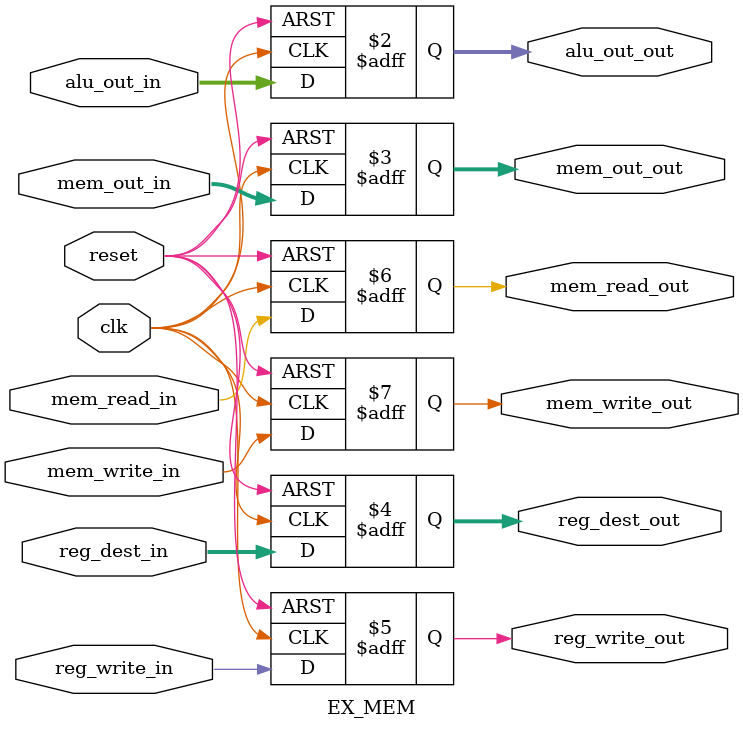
<source format=sv>
module EX_MEM (
  input  logic        clk,
  input  logic        reset,
  input  logic [31:0] alu_out_in,
  input  logic [31:0] mem_out_in,
  input  logic [4:0]  reg_dest_in,
  input  logic        reg_write_in,
  input  logic        mem_read_in,
  input  logic        mem_write_in,
  output logic [31:0] alu_out_out,
  output logic [31:0] mem_out_out,
  output logic [4:0]  reg_dest_out,
  output logic        reg_write_out,
  output logic        mem_read_out,
  output logic        mem_write_out
);
  always_ff @(posedge clk or posedge reset) begin
    if (reset) begin
      alu_out_out   <= 32'd0;
      mem_out_out   <= 32'd0;
      reg_dest_out  <= 5'd0;
      reg_write_out <= 1'b0;
      mem_read_out  <= 1'b0;
      mem_write_out <= 1'b0;
    end else begin
      alu_out_out   <= alu_out_in;
      mem_out_out   <= mem_out_in;
      reg_dest_out  <= reg_dest_in;
      reg_write_out <= reg_write_in;
      mem_read_out  <= mem_read_in;
      mem_write_out <= mem_write_in;
    end
  end
endmodule

</source>
